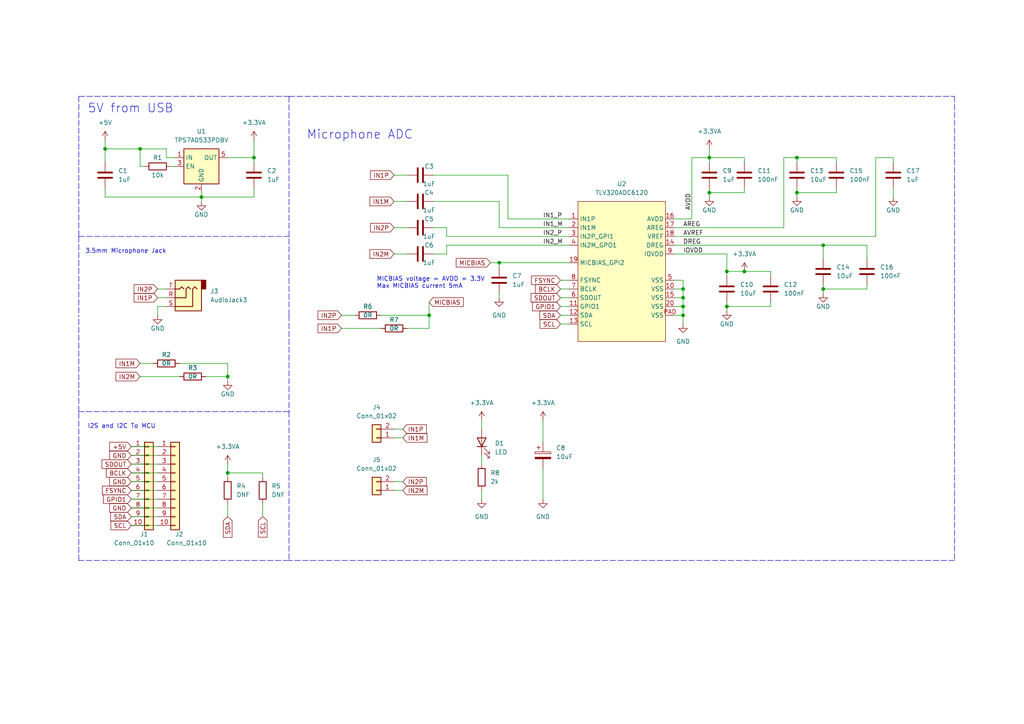
<source format=kicad_sch>
(kicad_sch (version 20211123) (generator eeschema)
  (paper "A4")
  (lib_symbols
    (symbol "Connector:AudioJack3"
      (property "Reference" "J" (at 0 8.89 0))
      (property "Value" "AudioJack3" (at 0 6.35 0))
      (symbol "AudioJack3_0_1"
        (rectangle (start -5.08 -5.08) (end -6.35 -2.54) (stroke (width 0.254)) (fill (type outline)))
        (polyline (pts (xy 0 -2.54) (xy 0.635 -3.175) (xy 1.27 -2.54) (xy 2.54 -2.54)) (stroke (width 0.254)))
        (polyline (pts (xy -1.905 -2.54) (xy -1.27 -3.175) (xy -0.635 -2.54) (xy -0.635 0) (xy 2.54 0)) (stroke (width 0.254)))
        (polyline (pts (xy 2.54 2.54) (xy -2.54 2.54) (xy -2.54 -2.54) (xy -3.175 -3.175) (xy -3.81 -2.54)) (stroke (width 0.254)))
        (rectangle (start 2.54 3.81) (end -5.08 -5.08) (stroke (width 0.254)) (fill (type background)))
      )
      (symbol "AudioJack3_1_1"
        (pin passive line (at 5.08 0 180) (length 2.54) (name "~") (number "R"))
        (pin passive line (at 5.08 2.54 180) (length 2.54) (name "~") (number "S"))
        (pin passive line (at 5.08 -2.54 180) (length 2.54) (name "~") (number "T"))
      )
    )
    (symbol "Connector_Generic:Conn_01x02" (pin_names (offset 1.016) hide)
      (property "Reference" "J" (at 0 2.54 0))
      (property "Value" "Conn_01x02" (at 0 -5.08 0))
      (symbol "Conn_01x02_1_1"
        (rectangle (start -1.27 -2.413) (end 0 -2.667) (stroke (width 0.1524)))
        (rectangle (start -1.27 0.127) (end 0 -0.127) (stroke (width 0.1524)))
        (rectangle (start -1.27 1.27) (end 1.27 -3.81) (stroke (width 0.254)) (fill (type background)))
        (pin passive line (at -5.08 0 0) (length 3.81) (name "Pin_1") (number "1"))
        (pin passive line (at -5.08 -2.54 0) (length 3.81) (name "Pin_2") (number "2"))
      )
    )
    (symbol "Connector_Generic:Conn_01x10" (pin_names (offset 1.016) hide)
      (property "Reference" "J" (at 0 12.7 0))
      (property "Value" "Conn_01x10" (at 0 -15.24 0))
      (symbol "Conn_01x10_1_1"
        (rectangle (start -1.27 -12.573) (end 0 -12.827) (stroke (width 0.1524)))
        (rectangle (start -1.27 -10.033) (end 0 -10.287) (stroke (width 0.1524)))
        (rectangle (start -1.27 -7.493) (end 0 -7.747) (stroke (width 0.1524)))
        (rectangle (start -1.27 -4.953) (end 0 -5.207) (stroke (width 0.1524)))
        (rectangle (start -1.27 -2.413) (end 0 -2.667) (stroke (width 0.1524)))
        (rectangle (start -1.27 0.127) (end 0 -0.127) (stroke (width 0.1524)))
        (rectangle (start -1.27 2.667) (end 0 2.413) (stroke (width 0.1524)))
        (rectangle (start -1.27 5.207) (end 0 4.953) (stroke (width 0.1524)))
        (rectangle (start -1.27 7.747) (end 0 7.493) (stroke (width 0.1524)))
        (rectangle (start -1.27 10.287) (end 0 10.033) (stroke (width 0.1524)))
        (rectangle (start -1.27 11.43) (end 1.27 -13.97) (stroke (width 0.254)) (fill (type background)))
        (pin passive line (at -5.08 10.16 0) (length 3.81) (name "Pin_1") (number "1"))
        (pin passive line (at -5.08 -12.7 0) (length 3.81) (name "Pin_10") (number "10"))
        (pin passive line (at -5.08 7.62 0) (length 3.81) (name "Pin_2") (number "2"))
        (pin passive line (at -5.08 5.08 0) (length 3.81) (name "Pin_3") (number "3"))
        (pin passive line (at -5.08 2.54 0) (length 3.81) (name "Pin_4") (number "4"))
        (pin passive line (at -5.08 0 0) (length 3.81) (name "Pin_5") (number "5"))
        (pin passive line (at -5.08 -2.54 0) (length 3.81) (name "Pin_6") (number "6"))
        (pin passive line (at -5.08 -5.08 0) (length 3.81) (name "Pin_7") (number "7"))
        (pin passive line (at -5.08 -7.62 0) (length 3.81) (name "Pin_8") (number "8"))
        (pin passive line (at -5.08 -10.16 0) (length 3.81) (name "Pin_9") (number "9"))
      )
    )
    (symbol "Device:C" (pin_numbers hide) (pin_names (offset 0.254))
      (property "Reference" "C" (at 0.635 2.54 0))
      (property "Value" "C" (at 0.635 -2.54 0))
      (symbol "C_0_1"
        (polyline (pts (xy -2.032 -0.762) (xy 2.032 -0.762)) (stroke (width 0.508)))
        (polyline (pts (xy -2.032 0.762) (xy 2.032 0.762)) (stroke (width 0.508)))
      )
      (symbol "C_1_1"
        (pin passive line (at 0 3.81 270) (length 2.794) (name "~") (number "1"))
        (pin passive line (at 0 -3.81 90) (length 2.794) (name "~") (number "2"))
      )
    )
    (symbol "Device:C_Polarized" (pin_numbers hide) (pin_names (offset 0.254))
      (property "Reference" "C" (at 0.635 2.54 0))
      (property "Value" "C_Polarized" (at 0.635 -2.54 0))
      (symbol "C_Polarized_0_1"
        (rectangle (start -2.286 0.508) (end 2.286 1.016))
        (polyline (pts (xy -1.778 2.286) (xy -0.762 2.286)))
        (polyline (pts (xy -1.27 2.794) (xy -1.27 1.778)))
        (rectangle (start 2.286 -0.508) (end -2.286 -1.016) (fill (type outline)))
      )
      (symbol "C_Polarized_1_1"
        (pin passive line (at 0 3.81 270) (length 2.794) (name "~") (number "1"))
        (pin passive line (at 0 -3.81 90) (length 2.794) (name "~") (number "2"))
      )
    )
    (symbol "Device:LED" (pin_numbers hide) (pin_names (offset 1.016) hide)
      (property "Reference" "D" (at 0 2.54 0))
      (property "Value" "LED" (at 0 -2.54 0))
      (symbol "LED_0_1"
        (polyline (pts (xy -1.27 -1.27) (xy -1.27 1.27)) (stroke (width 0.254)))
        (polyline (pts (xy -1.27 0) (xy 1.27 0)))
        (polyline (pts (xy 1.27 -1.27) (xy 1.27 1.27) (xy -1.27 0) (xy 1.27 -1.27)) (stroke (width 0.254)))
        (polyline (pts (xy -3.048 -0.762) (xy -4.572 -2.286) (xy -3.81 -2.286) (xy -4.572 -2.286) (xy -4.572 -1.524)))
        (polyline (pts (xy -1.778 -0.762) (xy -3.302 -2.286) (xy -2.54 -2.286) (xy -3.302 -2.286) (xy -3.302 -1.524)))
      )
      (symbol "LED_1_1"
        (pin passive line (at -3.81 0 0) (length 2.54) (name "K") (number "1"))
        (pin passive line (at 3.81 0 180) (length 2.54) (name "A") (number "2"))
      )
    )
    (symbol "Device:R" (pin_numbers hide) (pin_names (offset 0))
      (property "Reference" "R" (at 2.032 0 90))
      (property "Value" "R" (at 0 0 90))
      (symbol "R_0_1"
        (rectangle (start -1.016 -2.54) (end 1.016 2.54) (stroke (width 0.254)))
      )
      (symbol "R_1_1"
        (pin passive line (at 0 3.81 270) (length 1.27) (name "~") (number "1"))
        (pin passive line (at 0 -3.81 90) (length 1.27) (name "~") (number "2"))
      )
    )
    (symbol "Project_Library:TLV320ADC6120"
      (property "Reference" "U" (at 0 15.24 0))
      (property "Value" "TLV320ADC6120" (at 0 -20.32 0))
      (symbol "TLV320ADC6120_0_1"
        (rectangle (start -12.7 17.78) (end 12.7 -22.86) (fill (type background)))
      )
      (symbol "TLV320ADC6120_1_1"
        (pin input line (at -15.24 12.7 0) (length 2.54) (name "IN1P") (number "1"))
        (pin power_in line (at 15.24 -7.62 180) (length 2.54) (name "VSS") (number "10"))
        (pin bidirectional line (at -15.24 -12.7 0) (length 2.54) (name "GPIO1") (number "11"))
        (pin bidirectional line (at -15.24 -15.24 0) (length 2.54) (name "SDA") (number "12"))
        (pin input line (at -15.24 -17.78 0) (length 2.54) (name "SCL") (number "13"))
        (pin power_in line (at 15.24 5.08 180) (length 2.54) (name "DREG") (number "14"))
        (pin power_in line (at 15.24 -10.16 180) (length 2.54) (name "VSS") (number "15"))
        (pin power_in line (at 15.24 12.7 180) (length 2.54) (name "AVDD") (number "16"))
        (pin power_in line (at 15.24 10.16 180) (length 2.54) (name "AREG") (number "17"))
        (pin output line (at 15.24 7.62 180) (length 2.54) (name "VREF") (number "18"))
        (pin bidirectional line (at -15.24 0 0) (length 2.54) (name "MICBIAS_GPI2") (number "19"))
        (pin input line (at -15.24 10.16 0) (length 2.54) (name "IN1M") (number "2"))
        (pin power_in line (at 15.24 -12.7 180) (length 2.54) (name "VSS") (number "20"))
        (pin input line (at -15.24 7.62 0) (length 2.54) (name "IN2P_GPI1") (number "3"))
        (pin bidirectional line (at -15.24 5.08 0) (length 2.54) (name "IN2M_GPO1") (number "4"))
        (pin power_in line (at 15.24 -5.08 180) (length 2.54) (name "VSS") (number "5"))
        (pin output line (at -15.24 -10.16 0) (length 2.54) (name "SDOUT") (number "6"))
        (pin bidirectional line (at -15.24 -7.62 0) (length 2.54) (name "BCLK") (number "7"))
        (pin bidirectional line (at -15.24 -5.08 0) (length 2.54) (name "FSYNC") (number "8"))
        (pin power_in line (at 15.24 2.54 180) (length 2.54) (name "IOVDD") (number "9"))
        (pin power_in line (at 15.24 -15.24 180) (length 2.54) (name "VSS") (number "PAD"))
      )
    )
    (symbol "Regulator_Linear:TPS7A0533PDBV"
      (property "Reference" "U" (at -3.81 6.35 0))
      (property "Value" "TPS7A0533PDBV" (at 6.35 6.35 0))
      (symbol "TPS7A0533PDBV_0_1"
        (rectangle (start -5.08 -5.08) (end 5.08 5.08) (stroke (width 0.254)) (fill (type background)))
        (pin power_in line (at -7.62 2.54 0) (length 2.54) (name "IN") (number "1"))
        (pin power_in line (at 0 -7.62 90) (length 2.54) (name "GND") (number "2"))
        (pin input line (at -7.62 0 0) (length 2.54) (name "EN") (number "3"))
        (pin no_connect line (at 5.08 0 180) (length 2.54) hide (name "NC") (number "4"))
        (pin power_out line (at 7.62 2.54 180) (length 2.54) (name "OUT") (number "5"))
      )
    )
    (symbol "power:+3.3VA" (power) (pin_names (offset 0))
      (property "Value" "+3.3VA" (at 0 3.556 0))
      (symbol "+3.3VA_0_1"
        (polyline (pts (xy -0.762 1.27) (xy 0 2.54)))
        (polyline (pts (xy 0 0) (xy 0 2.54)))
        (polyline (pts (xy 0 2.54) (xy 0.762 1.27)))
      )
      (symbol "+3.3VA_1_1"
        (pin power_in line (at 0 0 90) (length 0) hide (name "+3.3VA") (number "1"))
      )
    )
    (symbol "power:+5V" (power) (pin_names (offset 0))
      (property "Value" "+5V" (at 0 3.556 0))
      (symbol "+5V_0_1"
        (polyline (pts (xy -0.762 1.27) (xy 0 2.54)))
        (polyline (pts (xy 0 0) (xy 0 2.54)))
        (polyline (pts (xy 0 2.54) (xy 0.762 1.27)))
      )
      (symbol "+5V_1_1"
        (pin power_in line (at 0 0 90) (length 0) hide (name "+5V") (number "1"))
      )
    )
    (symbol "power:GND" (power) (pin_names (offset 0))
      (property "Value" "GND" (at 0 -3.81 0))
      (symbol "GND_0_1"
        (polyline (pts (xy 0 0) (xy 0 -1.27) (xy 1.27 -1.27) (xy 0 -2.54) (xy -1.27 -1.27) (xy 0 -1.27)))
      )
      (symbol "GND_1_1"
        (pin power_in line (at 0 0 270) (length 0) hide (name "GND") (number "1"))
      )
    )
  )
  (junction (at 66.04 109.22))
  (junction (at 30.48 43.18))
  (junction (at 205.74 45.72))
  (junction (at 58.42 57.15))
  (junction (at 124.46 91.44))
  (junction (at 231.14 55.88))
  (junction (at 210.82 88.9))
  (junction (at 73.66 45.72))
  (junction (at 198.12 91.44))
  (junction (at 198.12 83.82))
  (junction (at 198.12 86.36))
  (junction (at 40.64 43.18))
  (junction (at 198.12 88.9))
  (junction (at 205.74 55.88))
  (junction (at 238.76 83.82))
  (junction (at 231.14 45.72))
  (junction (at 210.82 78.74))
  (junction (at 144.78 76.2))
  (junction (at 238.76 71.12))
  (junction (at 215.9 78.74))
  (junction (at 66.04 137.16))
  (wire (pts (xy 45.72 152.4) (xy 38.1 152.4)))
  (wire (pts (xy 139.7 142.24) (xy 139.7 144.78)))
  (wire (pts (xy 242.57 55.88) (xy 231.14 55.88)))
  (wire (pts (xy 45.72 147.32) (xy 38.1 147.32)))
  (wire (pts (xy 30.48 43.18) (xy 30.48 46.99)))
  (wire (pts (xy 129.54 68.58) (xy 129.54 66.04)))
  (wire (pts (xy 73.66 40.64) (xy 73.66 45.72)))
  (wire (pts (xy 139.7 132.08) (xy 139.7 134.62)))
  (wire (pts (xy 198.12 83.82) (xy 198.12 86.36)))
  (wire (pts (xy 124.46 87.63) (xy 124.46 91.44)))
  (wire (pts (xy 114.3 73.66) (xy 118.11 73.66)))
  (wire (pts (xy 251.46 71.12) (xy 251.46 74.93)))
  (wire (pts (xy 73.66 54.61) (xy 73.66 57.15)))
  (wire (pts (xy 227.33 45.72) (xy 231.14 45.72)))
  (wire (pts (xy 238.76 83.82) (xy 238.76 85.09)))
  (wire (pts (xy 165.1 68.58) (xy 129.54 68.58)))
  (wire (pts (xy 259.08 54.61) (xy 259.08 57.15)))
  (wire (pts (xy 52.07 105.41) (xy 66.04 105.41)))
  (wire (pts (xy 45.72 142.24) (xy 38.1 142.24)))
  (wire (pts (xy 142.24 76.2) (xy 144.78 76.2)))
  (wire (pts (xy 48.26 43.18) (xy 40.64 43.18)))
  (wire (pts (xy 210.82 87.63) (xy 210.82 88.9)))
  (wire (pts (xy 195.58 83.82) (xy 198.12 83.82)))
  (wire (pts (xy 114.3 58.42) (xy 118.11 58.42)))
  (wire (pts (xy 40.64 109.22) (xy 52.07 109.22)))
  (wire (pts (xy 223.52 87.63) (xy 223.52 88.9)))
  (wire (pts (xy 242.57 45.72) (xy 231.14 45.72)))
  (wire (pts (xy 125.73 73.66) (xy 129.54 73.66)))
  (wire (pts (xy 157.48 135.89) (xy 157.48 144.78)))
  (wire (pts (xy 114.3 142.24) (xy 116.84 142.24)))
  (polyline (pts (xy 22.86 162.56) (xy 22.86 119.38)))
  (wire (pts (xy 144.78 66.04) (xy 144.78 58.42)))
  (wire (pts (xy 215.9 45.72) (xy 205.74 45.72)))
  (wire (pts (xy 76.2 146.05) (xy 76.2 149.86)))
  (wire (pts (xy 231.14 55.88) (xy 231.14 57.15)))
  (wire (pts (xy 195.58 86.36) (xy 198.12 86.36)))
  (wire (pts (xy 45.72 139.7) (xy 38.1 139.7)))
  (wire (pts (xy 231.14 54.61) (xy 231.14 55.88)))
  (polyline (pts (xy 22.86 27.94) (xy 22.86 68.58)))
  (wire (pts (xy 215.9 46.99) (xy 215.9 45.72)))
  (wire (pts (xy 242.57 46.99) (xy 242.57 45.72)))
  (wire (pts (xy 73.66 45.72) (xy 73.66 46.99)))
  (polyline (pts (xy 83.82 162.56) (xy 22.86 162.56)))
  (wire (pts (xy 215.9 54.61) (xy 215.9 55.88)))
  (polyline (pts (xy 83.82 91.44) (xy 83.82 68.58)))
  (wire (pts (xy 238.76 71.12) (xy 238.76 74.93)))
  (wire (pts (xy 110.49 91.44) (xy 124.46 91.44)))
  (wire (pts (xy 162.56 83.82) (xy 165.1 83.82)))
  (wire (pts (xy 59.69 109.22) (xy 66.04 109.22)))
  (wire (pts (xy 205.74 43.18) (xy 205.74 45.72)))
  (polyline (pts (xy 83.82 68.58) (xy 83.82 27.94)))
  (wire (pts (xy 195.58 81.28) (xy 198.12 81.28)))
  (wire (pts (xy 48.26 86.36) (xy 45.72 86.36)))
  (wire (pts (xy 48.26 88.9) (xy 45.72 88.9)))
  (wire (pts (xy 147.32 63.5) (xy 147.32 50.8)))
  (wire (pts (xy 50.8 45.72) (xy 48.26 45.72)))
  (wire (pts (xy 66.04 146.05) (xy 66.04 149.86)))
  (wire (pts (xy 114.3 124.46) (xy 116.84 124.46)))
  (wire (pts (xy 58.42 57.15) (xy 58.42 55.88)))
  (wire (pts (xy 162.56 91.44) (xy 165.1 91.44)))
  (wire (pts (xy 198.12 91.44) (xy 198.12 93.98)))
  (wire (pts (xy 48.26 45.72) (xy 48.26 43.18)))
  (wire (pts (xy 45.72 132.08) (xy 38.1 132.08)))
  (wire (pts (xy 205.74 54.61) (xy 205.74 55.88)))
  (wire (pts (xy 48.26 83.82) (xy 45.72 83.82)))
  (wire (pts (xy 129.54 66.04) (xy 125.73 66.04)))
  (wire (pts (xy 66.04 134.62) (xy 66.04 137.16)))
  (wire (pts (xy 114.3 127) (xy 116.84 127)))
  (wire (pts (xy 76.2 137.16) (xy 66.04 137.16)))
  (wire (pts (xy 40.64 43.18) (xy 30.48 43.18)))
  (wire (pts (xy 227.33 66.04) (xy 227.33 45.72)))
  (wire (pts (xy 195.58 88.9) (xy 198.12 88.9)))
  (wire (pts (xy 198.12 88.9) (xy 198.12 91.44)))
  (wire (pts (xy 195.58 91.44) (xy 198.12 91.44)))
  (wire (pts (xy 251.46 83.82) (xy 238.76 83.82)))
  (wire (pts (xy 144.78 76.2) (xy 165.1 76.2)))
  (polyline (pts (xy 22.86 68.58) (xy 22.86 91.44)))
  (wire (pts (xy 129.54 71.12) (xy 129.54 73.66)))
  (wire (pts (xy 30.48 54.61) (xy 30.48 57.15)))
  (wire (pts (xy 40.64 105.41) (xy 44.45 105.41)))
  (wire (pts (xy 40.64 43.18) (xy 40.64 48.26)))
  (wire (pts (xy 251.46 82.55) (xy 251.46 83.82)))
  (wire (pts (xy 41.91 48.26) (xy 40.64 48.26)))
  (wire (pts (xy 144.78 76.2) (xy 144.78 77.47)))
  (wire (pts (xy 114.3 50.8) (xy 118.11 50.8)))
  (polyline (pts (xy 276.86 27.94) (xy 276.86 162.56)))
  (wire (pts (xy 205.74 45.72) (xy 205.74 46.99)))
  (wire (pts (xy 215.9 78.74) (xy 223.52 78.74)))
  (wire (pts (xy 198.12 86.36) (xy 198.12 88.9)))
  (wire (pts (xy 125.73 50.8) (xy 147.32 50.8)))
  (wire (pts (xy 66.04 105.41) (xy 66.04 109.22)))
  (wire (pts (xy 66.04 137.16) (xy 66.04 138.43)))
  (wire (pts (xy 30.48 40.64) (xy 30.48 43.18)))
  (wire (pts (xy 198.12 81.28) (xy 198.12 83.82)))
  (wire (pts (xy 45.72 129.54) (xy 38.1 129.54)))
  (wire (pts (xy 99.06 91.44) (xy 102.87 91.44)))
  (wire (pts (xy 223.52 78.74) (xy 223.52 80.01)))
  (wire (pts (xy 45.72 149.86) (xy 38.1 149.86)))
  (wire (pts (xy 195.58 66.04) (xy 227.33 66.04)))
  (polyline (pts (xy 83.82 119.38) (xy 22.86 119.38)))
  (polyline (pts (xy 276.86 162.56) (xy 83.82 162.56)))
  (wire (pts (xy 162.56 88.9) (xy 165.1 88.9)))
  (wire (pts (xy 231.14 45.72) (xy 231.14 46.99)))
  (wire (pts (xy 139.7 121.92) (xy 139.7 124.46)))
  (wire (pts (xy 58.42 57.15) (xy 58.42 58.42)))
  (wire (pts (xy 124.46 91.44) (xy 124.46 95.25)))
  (wire (pts (xy 205.74 57.15) (xy 205.74 55.88)))
  (wire (pts (xy 254 45.72) (xy 259.08 45.72)))
  (wire (pts (xy 114.3 139.7) (xy 116.84 139.7)))
  (wire (pts (xy 254 68.58) (xy 254 45.72)))
  (wire (pts (xy 200.66 45.72) (xy 205.74 45.72)))
  (polyline (pts (xy 83.82 119.38) (xy 83.82 162.56)))
  (wire (pts (xy 162.56 81.28) (xy 165.1 81.28)))
  (wire (pts (xy 165.1 63.5) (xy 147.32 63.5)))
  (wire (pts (xy 66.04 45.72) (xy 73.66 45.72)))
  (wire (pts (xy 30.48 57.15) (xy 58.42 57.15)))
  (wire (pts (xy 238.76 71.12) (xy 251.46 71.12)))
  (wire (pts (xy 49.53 48.26) (xy 50.8 48.26)))
  (wire (pts (xy 165.1 66.04) (xy 144.78 66.04)))
  (wire (pts (xy 259.08 45.72) (xy 259.08 46.99)))
  (wire (pts (xy 210.82 73.66) (xy 195.58 73.66)))
  (polyline (pts (xy 22.86 27.94) (xy 83.82 27.94)))
  (wire (pts (xy 210.82 78.74) (xy 210.82 80.01)))
  (wire (pts (xy 73.66 57.15) (xy 58.42 57.15)))
  (wire (pts (xy 210.82 78.74) (xy 215.9 78.74)))
  (polyline (pts (xy 83.82 27.94) (xy 276.86 27.94)))
  (wire (pts (xy 210.82 88.9) (xy 210.82 90.17)))
  (wire (pts (xy 99.06 95.25) (xy 110.49 95.25)))
  (wire (pts (xy 124.46 95.25) (xy 118.11 95.25)))
  (wire (pts (xy 114.3 66.04) (xy 118.11 66.04)))
  (wire (pts (xy 45.72 144.78) (xy 38.1 144.78)))
  (wire (pts (xy 242.57 54.61) (xy 242.57 55.88)))
  (wire (pts (xy 45.72 134.62) (xy 38.1 134.62)))
  (wire (pts (xy 210.82 78.74) (xy 210.82 73.66)))
  (wire (pts (xy 200.66 45.72) (xy 200.66 63.5)))
  (wire (pts (xy 66.04 109.22) (xy 66.04 110.49)))
  (wire (pts (xy 165.1 71.12) (xy 129.54 71.12)))
  (wire (pts (xy 215.9 55.88) (xy 205.74 55.88)))
  (wire (pts (xy 223.52 88.9) (xy 210.82 88.9)))
  (polyline (pts (xy 22.86 119.38) (xy 22.86 91.44)))
  (wire (pts (xy 144.78 85.09) (xy 144.78 86.36)))
  (wire (pts (xy 125.73 58.42) (xy 144.78 58.42)))
  (wire (pts (xy 195.58 68.58) (xy 254 68.58)))
  (polyline (pts (xy 22.86 68.58) (xy 83.82 68.58)))
  (wire (pts (xy 162.56 93.98) (xy 165.1 93.98)))
  (wire (pts (xy 45.72 88.9) (xy 45.72 91.44)))
  (wire (pts (xy 238.76 82.55) (xy 238.76 83.82)))
  (wire (pts (xy 76.2 138.43) (xy 76.2 137.16)))
  (polyline (pts (xy 83.82 91.44) (xy 83.82 119.38)))
  (wire (pts (xy 195.58 71.12) (xy 238.76 71.12)))
  (wire (pts (xy 45.72 137.16) (xy 38.1 137.16)))
  (wire (pts (xy 200.66 63.5) (xy 195.58 63.5)))
  (wire (pts (xy 157.48 121.92) (xy 157.48 128.27)))
  (wire (pts (xy 162.56 86.36) (xy 165.1 86.36)))
  (text "3.5mm Microphone Jack" (at 48.26 73.66 180) (effects (font (size 1.27 1.27)) (justify right bottom)))
  (text "MICBIAS voltage = AVDD = 3.3V\nMax MICBIAS current 5mA" (at 109.22 83.82 0) (effects (font (size 1.27 1.27)) (justify left bottom)))
  (text "I2S and I2C To MCU" (at 25.4 124.46 0) (effects (font (size 1.27 1.27)) (justify left bottom)))
  (text "5V from USB\n" (at 25.4 33.02 0) (effects (font (size 2.54 2.54)) (justify left bottom)))
  (text "Microphone ADC" (at 88.9 40.64 0) (effects (font (size 2.54 2.54)) (justify left bottom)))
  (label "IN2_P" (at 157.48 68.58 0))
  (label "AREG" (at 198.12 66.04 0))
  (label "IN2_M" (at 157.48 71.12 0))
  (label "IN1_P" (at 157.48 63.5 0))
  (label "IOVDD" (at 198.12 73.66 0))
  (label "IN1_M" (at 157.48 66.04 0))
  (label "AVREF" (at 198.12 68.58 0))
  (label "AVDD" (at 200.66 60.96 90))
  (label "DREG" (at 198.12 71.12 0))
  (global_label "SDA" (shape input) (at 38.1 149.86 180) (property "Intersheet References" "${INTERSHEET_REFS}" (effects hide)))
  (global_label "IN1M" (shape input) (at 114.3 58.42 180) (property "Intersheet References" "${INTERSHEET_REFS}" (effects hide)))
  (global_label "FSYNC" (shape input) (at 38.1 142.24 180) (property "Intersheet References" "${INTERSHEET_REFS}" (effects hide)))
  (global_label "IN2M" (shape input) (at 114.3 73.66 180) (property "Intersheet References" "${INTERSHEET_REFS}" (effects hide)))
  (global_label "IN2P" (shape input) (at 45.72 83.82 180) (property "Intersheet References" "${INTERSHEET_REFS}" (effects hide)))
  (global_label "IN1M" (shape input) (at 116.84 127 0) (property "Intersheet References" "${INTERSHEET_REFS}" (effects hide)))
  (global_label "IN1M" (shape input) (at 40.64 105.41 180) (property "Intersheet References" "${INTERSHEET_REFS}" (effects hide)))
  (global_label "SDOUT" (shape input) (at 162.56 86.36 180) (property "Intersheet References" "${INTERSHEET_REFS}" (effects hide)))
  (global_label "GPIO1" (shape input) (at 162.56 88.9 180) (property "Intersheet References" "${INTERSHEET_REFS}" (effects hide)))
  (global_label "IN1P" (shape input) (at 45.72 86.36 180) (property "Intersheet References" "${INTERSHEET_REFS}" (effects hide)))
  (global_label "SDA" (shape input) (at 66.04 149.86 270) (property "Intersheet References" "${INTERSHEET_REFS}" (effects hide)))
  (global_label "IN1P" (shape input) (at 99.06 95.25 180) (property "Intersheet References" "${INTERSHEET_REFS}" (effects hide)))
  (global_label "SDA" (shape input) (at 162.56 91.44 180) (property "Intersheet References" "${INTERSHEET_REFS}" (effects hide)))
  (global_label "MICBIAS" (shape input) (at 124.46 87.63 0) (property "Intersheet References" "${INTERSHEET_REFS}" (effects hide)))
  (global_label "IN1P" (shape input) (at 114.3 50.8 180) (property "Intersheet References" "${INTERSHEET_REFS}" (effects hide)))
  (global_label "IN2P" (shape input) (at 99.06 91.44 180) (property "Intersheet References" "${INTERSHEET_REFS}" (effects hide)))
  (global_label "IN2M" (shape input) (at 116.84 142.24 0) (property "Intersheet References" "${INTERSHEET_REFS}" (effects hide)))
  (global_label "SDOUT" (shape input) (at 38.1 134.62 180) (property "Intersheet References" "${INTERSHEET_REFS}" (effects hide)))
  (global_label "IN2P" (shape input) (at 116.84 139.7 0) (property "Intersheet References" "${INTERSHEET_REFS}" (effects hide)))
  (global_label "IN2M" (shape input) (at 40.64 109.22 180) (property "Intersheet References" "${INTERSHEET_REFS}" (effects hide)))
  (global_label "SCL" (shape input) (at 38.1 152.4 180) (property "Intersheet References" "${INTERSHEET_REFS}" (effects hide)))
  (global_label "IN1P" (shape input) (at 116.84 124.46 0) (property "Intersheet References" "${INTERSHEET_REFS}" (effects hide)))
  (global_label "GPIO1" (shape input) (at 38.1 144.78 180) (property "Intersheet References" "${INTERSHEET_REFS}" (effects hide)))
  (global_label "GND" (shape input) (at 38.1 147.32 180) (property "Intersheet References" "${INTERSHEET_REFS}" (effects hide)))
  (global_label "GND" (shape input) (at 38.1 132.08 180) (property "Intersheet References" "${INTERSHEET_REFS}" (effects hide)))
  (global_label "MICBIAS" (shape input) (at 142.24 76.2 180) (property "Intersheet References" "${INTERSHEET_REFS}" (effects hide)))
  (global_label "FSYNC" (shape input) (at 162.56 81.28 180) (property "Intersheet References" "${INTERSHEET_REFS}" (effects hide)))
  (global_label "GND" (shape input) (at 38.1 139.7 180) (property "Intersheet References" "${INTERSHEET_REFS}" (effects hide)))
  (global_label "IN2P" (shape input) (at 114.3 66.04 180) (property "Intersheet References" "${INTERSHEET_REFS}" (effects hide)))
  (global_label "BCLK" (shape input) (at 38.1 137.16 180) (property "Intersheet References" "${INTERSHEET_REFS}" (effects hide)))
  (global_label "SCL" (shape input) (at 162.56 93.98 180) (property "Intersheet References" "${INTERSHEET_REFS}" (effects hide)))
  (global_label "+5V" (shape input) (at 38.1 129.54 180) (property "Intersheet References" "${INTERSHEET_REFS}" (effects hide)))
  (global_label "BCLK" (shape input) (at 162.56 83.82 180) (property "Intersheet References" "${INTERSHEET_REFS}" (effects hide)))
  (global_label "SCL" (shape input) (at 76.2 149.86 270) (property "Intersheet References" "${INTERSHEET_REFS}" (effects hide)))
  (symbol (lib_id "Device:C") (at 210.82 83.82 0) (unit 1)
    (property "Reference" "C10" (at 214.63 82.5499 0) (effects (justify left)))
    (property "Value" "10uF" (at 214.63 85.0899 0) (effects (justify left)))
    (property "Footprint" "Capacitor_SMD:C_0603_1608Metric" (effects hide))
  )
  (symbol (lib_id "Connector_Generic:Conn_01x10") (at 43.18 139.7 0) (unit 1)
    (property "Reference" "J1" (at 40.64 154.94 0) (effects (justify left)))
    (property "Value" "Conn_01x10" (at 33.02 157.48 0) (effects (justify left)))
    (property "Footprint" "Connector_JST:JST_PH_S10B-PH-SM4-TB_1x10-1MP_P2.00mm_Horizontal" (effects hide))
  )
  (symbol (lib_id "power:+3.3VA") (at 157.48 121.92 0) (unit 1)
    (property "Reference" "#PWR010" (effects hide))
    (property "Value" "+3.3VA" (at 157.48 116.84 0))
  )
  (symbol (lib_id "power:+5V") (at 30.48 40.64 0) (unit 1)
    (property "Reference" "#PWR01" (effects hide))
    (property "Value" "+5V" (at 30.48 35.56 0))
  )
  (symbol (lib_id "power:GND") (at 139.7 144.78 0) (unit 1)
    (property "Reference" "#PWR08" (effects hide))
    (property "Value" "GND" (at 139.7 149.86 0))
  )
  (symbol (lib_id "power:GND") (at 144.78 86.36 0) (unit 1)
    (property "Reference" "#PWR09" (effects hide))
    (property "Value" "GND" (at 144.78 91.44 0))
  )
  (symbol (lib_id "Device:C") (at 121.92 58.42 90) (unit 1)
    (property "Reference" "C4" (at 124.46 55.88 90))
    (property "Value" "1uF" (at 124.46 60.96 90))
    (property "Footprint" "Capacitor_SMD:C_1206_3216Metric" (effects hide))
  )
  (symbol (lib_id "Device:C") (at 223.52 83.82 0) (unit 1)
    (property "Reference" "C12" (at 227.33 82.5499 0) (effects (justify left)))
    (property "Value" "100nF" (at 227.33 85.0899 0) (effects (justify left)))
    (property "Footprint" "Capacitor_SMD:C_0402_1005Metric" (effects hide))
  )
  (symbol (lib_id "Project_Library:TLV320ADC6120") (at 180.34 76.2 0) (unit 1)
    (property "Reference" "U2" (at 180.34 53.34 0))
    (property "Value" "TLV320ADC6120" (at 180.34 55.88 0))
    (property "Footprint" "Library:QFN-16_EP_3x3_Pitch0.5mm" (effects hide))
    (property "Datasheet" "https://www.ti.com/lit/ds/symlink/tlv320adc6120.pdf" (effects hide))
  )
  (symbol (lib_id "power:+3.3VA") (at 66.04 134.62 0) (unit 1)
    (property "Reference" "#PWR05" (effects hide))
    (property "Value" "+3.3VA" (at 66.04 129.54 0))
  )
  (symbol (lib_id "Device:R") (at 114.3 95.25 90) (unit 1)
    (property "Reference" "R7" (at 114.3 92.71 90))
    (property "Value" "0R" (at 114.3 95.25 90))
    (property "Footprint" "Resistor_SMD:R_0603_1608Metric" (effects hide))
  )
  (symbol (lib_id "power:+3.3VA") (at 215.9 78.74 0) (unit 1)
    (property "Reference" "#PWR016" (effects hide))
    (property "Value" "+3.3VA" (at 215.9 73.66 0))
  )
  (symbol (lib_id "Device:C") (at 205.74 50.8 0) (unit 1)
    (property "Reference" "C9" (at 209.55 49.5299 0) (effects (justify left)))
    (property "Value" "1uF" (at 209.55 52.0699 0) (effects (justify left)))
    (property "Footprint" "Capacitor_SMD:C_0603_1608Metric" (effects hide))
  )
  (symbol (lib_id "Device:C") (at 73.66 50.8 0) (unit 1)
    (property "Reference" "C2" (at 77.47 49.5299 0) (effects (justify left)))
    (property "Value" "1uF" (at 77.47 52.0699 0) (effects (justify left)))
    (property "Footprint" "Capacitor_SMD:C_0603_1608Metric" (effects hide))
  )
  (symbol (lib_id "power:GND") (at 66.04 110.49 0) (unit 1)
    (property "Reference" "#PWR04" (effects hide))
    (property "Value" "GND" (at 66.04 114.3 0))
  )
  (symbol (lib_id "power:GND") (at 259.08 57.15 0) (unit 1)
    (property "Reference" "#PWR019" (effects hide))
    (property "Value" "GND" (at 259.08 60.96 0))
  )
  (symbol (lib_id "power:+3.3VA") (at 205.74 43.18 0) (unit 1)
    (property "Reference" "#PWR013" (effects hide))
    (property "Value" "+3.3VA" (at 205.74 38.1 0))
  )
  (symbol (lib_id "Device:C") (at 238.76 78.74 0) (unit 1)
    (property "Reference" "C14" (at 242.57 77.4699 0) (effects (justify left)))
    (property "Value" "10uF" (at 242.57 80.0099 0) (effects (justify left)))
    (property "Footprint" "Capacitor_SMD:C_0603_1608Metric" (effects hide))
  )
  (symbol (lib_id "Connector_Generic:Conn_01x02") (at 109.22 142.24 180) (unit 1)
    (property "Reference" "J5" (at 109.22 133.35 0))
    (property "Value" "Conn_01x02" (at 109.22 135.89 0))
    (property "Footprint" "Connector_JST:JST_PH_B2B-PH-SM4-TB_1x02-1MP_P2.00mm_Vertical" (effects hide))
  )
  (symbol (lib_id "Device:C") (at 242.57 50.8 0) (unit 1)
    (property "Reference" "C15" (at 246.38 49.5299 0) (effects (justify left)))
    (property "Value" "100nF" (at 246.38 52.0699 0) (effects (justify left)))
    (property "Footprint" "Capacitor_SMD:C_0402_1005Metric" (effects hide))
  )
  (symbol (lib_id "power:+3.3VA") (at 139.7 121.92 0) (unit 1)
    (property "Reference" "#PWR07" (effects hide))
    (property "Value" "+3.3VA" (at 139.7 116.84 0))
  )
  (symbol (lib_id "power:GND") (at 58.42 58.42 0) (unit 1)
    (property "Reference" "#PWR03" (effects hide))
    (property "Value" "GND" (at 58.42 62.23 0))
  )
  (symbol (lib_id "power:GND") (at 157.48 144.78 0) (unit 1)
    (property "Reference" "#PWR011" (effects hide))
    (property "Value" "GND" (at 157.48 149.86 0))
  )
  (symbol (lib_id "Device:C") (at 30.48 50.8 0) (unit 1)
    (property "Reference" "C1" (at 34.29 49.5299 0) (effects (justify left)))
    (property "Value" "1uF" (at 34.29 52.0699 0) (effects (justify left)))
    (property "Footprint" "Capacitor_SMD:C_0603_1608Metric" (effects hide))
  )
  (symbol (lib_id "Device:C") (at 121.92 66.04 90) (unit 1)
    (property "Reference" "C5" (at 124.46 63.5 90))
    (property "Value" "1uF" (at 124.46 68.58 90))
    (property "Footprint" "Capacitor_SMD:C_1206_3216Metric" (effects hide))
  )
  (symbol (lib_id "Device:R") (at 106.68 91.44 90) (unit 1)
    (property "Reference" "R6" (at 106.68 88.9 90))
    (property "Value" "0R" (at 106.68 91.44 90))
    (property "Footprint" "Resistor_SMD:R_0603_1608Metric" (effects hide))
  )
  (symbol (lib_id "power:GND") (at 198.12 93.98 0) (unit 1)
    (property "Reference" "#PWR012" (effects hide))
    (property "Value" "GND" (at 198.12 99.06 0))
  )
  (symbol (lib_id "Regulator_Linear:TPS7A0533PDBV") (at 58.42 48.26 0) (unit 1)
    (property "Reference" "U1" (at 58.42 38.1 0))
    (property "Value" "TPS7A0533PDBV" (at 58.42 40.64 0))
    (property "Footprint" "Package_TO_SOT_SMD:SOT-23-5" (effects hide))
    (property "Datasheet" "https://www.ti.com/lit/ds/symlink/tps7a05.pdf" (effects hide))
  )
  (symbol (lib_id "Device:LED") (at 139.7 128.27 90) (unit 1)
    (property "Reference" "D1" (at 143.51 128.5874 90) (effects (justify right)))
    (property "Value" "LED" (at 143.51 131.1274 90) (effects (justify right)))
    (property "Footprint" "LED_SMD:LED_0603_1608Metric" (effects hide))
  )
  (symbol (lib_id "Device:C") (at 215.9 50.8 0) (unit 1)
    (property "Reference" "C11" (at 219.71 49.5299 0) (effects (justify left)))
    (property "Value" "100nF" (at 219.71 52.0699 0) (effects (justify left)))
    (property "Footprint" "Capacitor_SMD:C_0402_1005Metric" (effects hide))
  )
  (symbol (lib_id "Device:R") (at 76.2 142.24 0) (unit 1)
    (property "Reference" "R5" (at 78.74 140.9699 0) (effects (justify left)))
    (property "Value" "DNF" (at 78.74 143.5099 0) (effects (justify left)))
    (property "Footprint" "Resistor_SMD:R_0603_1608Metric" (effects hide))
  )
  (symbol (lib_id "Device:C_Polarized") (at 157.48 132.08 0) (unit 1)
    (property "Reference" "C8" (at 161.29 129.9209 0) (effects (justify left)))
    (property "Value" "10uF" (at 161.29 132.4609 0) (effects (justify left)))
    (property "Footprint" "Capacitor_Tantalum_SMD:CP_EIA-3216-18_Kemet-A" (effects hide))
  )
  (symbol (lib_id "power:GND") (at 231.14 57.15 0) (unit 1)
    (property "Reference" "#PWR017" (effects hide))
    (property "Value" "GND" (at 231.14 60.96 0))
  )
  (symbol (lib_id "Device:C") (at 121.92 50.8 90) (unit 1)
    (property "Reference" "C3" (at 124.46 48.26 90))
    (property "Value" "1uF" (at 124.46 53.34 90))
    (property "Footprint" "Capacitor_SMD:C_1206_3216Metric" (effects hide))
  )
  (symbol (lib_id "Connector_Generic:Conn_01x10") (at 50.8 139.7 0) (unit 1)
    (property "Reference" "J2" (at 50.8 154.94 0) (effects (justify left)))
    (property "Value" "Conn_01x10" (at 48.26 157.48 0) (effects (justify left)))
    (property "Footprint" "Connector_PinHeader_2.00mm:PinHeader_1x10_P2.00mm_Vertical" (effects hide))
  )
  (symbol (lib_id "Device:C") (at 144.78 81.28 0) (unit 1)
    (property "Reference" "C7" (at 148.59 80.0099 0) (effects (justify left)))
    (property "Value" "1uF" (at 148.59 82.5499 0) (effects (justify left)))
    (property "Footprint" "Capacitor_SMD:C_0603_1608Metric" (effects hide))
  )
  (symbol (lib_id "Device:C") (at 259.08 50.8 0) (unit 1)
    (property "Reference" "C17" (at 262.89 49.5299 0) (effects (justify left)))
    (property "Value" "1uF" (at 262.89 52.0699 0) (effects (justify left)))
    (property "Footprint" "Capacitor_SMD:C_0603_1608Metric" (effects hide))
  )
  (symbol (lib_id "power:+3.3VA") (at 73.66 40.64 0) (unit 1)
    (property "Reference" "#PWR06" (effects hide))
    (property "Value" "+3.3VA" (at 73.66 35.56 0))
  )
  (symbol (lib_id "Device:R") (at 66.04 142.24 0) (unit 1)
    (property "Reference" "R4" (at 68.58 140.9699 0) (effects (justify left)))
    (property "Value" "DNF" (at 68.58 143.5099 0) (effects (justify left)))
    (property "Footprint" "Resistor_SMD:R_0603_1608Metric" (effects hide))
  )
  (symbol (lib_id "power:GND") (at 210.82 90.17 0) (unit 1)
    (property "Reference" "#PWR015" (effects hide))
    (property "Value" "GND" (at 210.82 93.98 0))
  )
  (symbol (lib_id "Device:R") (at 55.88 109.22 90) (unit 1)
    (property "Reference" "R3" (at 55.88 106.68 90))
    (property "Value" "0R" (at 55.88 109.22 90))
    (property "Footprint" "Resistor_SMD:R_0603_1608Metric" (effects hide))
  )
  (symbol (lib_id "Device:R") (at 45.72 48.26 90) (unit 1)
    (property "Reference" "R1" (at 45.72 45.72 90))
    (property "Value" "10k" (at 45.72 50.8 90))
    (property "Footprint" "Resistor_SMD:R_0603_1608Metric" (effects hide))
  )
  (symbol (lib_id "power:GND") (at 205.74 57.15 0) (unit 1)
    (property "Reference" "#PWR014" (effects hide))
    (property "Value" "GND" (at 205.74 60.96 0))
  )
  (symbol (lib_id "power:GND") (at 238.76 85.09 0) (unit 1)
    (property "Reference" "#PWR018" (effects hide))
    (property "Value" "GND" (at 238.76 88.9 0))
  )
  (symbol (lib_id "Connector:AudioJack3") (at 53.34 86.36 180) (unit 1)
    (property "Reference" "J3" (at 60.96 84.4549 0) (effects (justify right)))
    (property "Value" "AudioJack3" (at 60.96 86.9949 0) (effects (justify right)))
    (property "Footprint" "Connector_Audio:Jack_3.5mm_CUI_SJ-3523-SMT_Horizontal" (effects hide))
  )
  (symbol (lib_id "power:GND") (at 45.72 91.44 0) (unit 1)
    (property "Reference" "#PWR02" (effects hide))
    (property "Value" "GND" (at 45.72 95.25 0))
  )
  (symbol (lib_id "Device:C") (at 231.14 50.8 0) (unit 1)
    (property "Reference" "C13" (at 234.95 49.5299 0) (effects (justify left)))
    (property "Value" "10uF" (at 234.95 52.0699 0) (effects (justify left)))
    (property "Footprint" "Capacitor_SMD:C_0603_1608Metric" (effects hide))
  )
  (symbol (lib_id "Device:R") (at 139.7 138.43 0) (unit 1)
    (property "Reference" "R8" (at 142.24 137.1599 0) (effects (justify left)))
    (property "Value" "2k" (at 142.24 139.6999 0) (effects (justify left)))
    (property "Footprint" "Resistor_SMD:R_0603_1608Metric" (effects hide))
  )
  (symbol (lib_id "Device:C") (at 251.46 78.74 0) (unit 1)
    (property "Reference" "C16" (at 255.27 77.4699 0) (effects (justify left)))
    (property "Value" "100nF" (at 255.27 80.0099 0) (effects (justify left)))
    (property "Footprint" "Capacitor_SMD:C_0402_1005Metric" (effects hide))
  )
  (symbol (lib_id "Device:R") (at 48.26 105.41 90) (unit 1)
    (property "Reference" "R2" (at 48.26 102.87 90))
    (property "Value" "0R" (at 48.26 105.41 90))
    (property "Footprint" "Resistor_SMD:R_0603_1608Metric" (effects hide))
  )
  (symbol (lib_id "Device:C") (at 121.92 73.66 90) (unit 1)
    (property "Reference" "C6" (at 124.46 71.12 90))
    (property "Value" "1uF" (at 124.46 76.2 90))
    (property "Footprint" "Capacitor_SMD:C_1206_3216Metric" (effects hide))
  )
  (symbol (lib_id "Connector_Generic:Conn_01x02") (at 109.22 127 180) (unit 1)
    (property "Reference" "J4" (at 109.22 118.11 0))
    (property "Value" "Conn_01x02" (at 109.22 120.65 0))
    (property "Footprint" "Connector_JST:JST_PH_B2B-PH-SM4-TB_1x02-1MP_P2.00mm_Vertical" (effects hide))
  )
)
</source>
